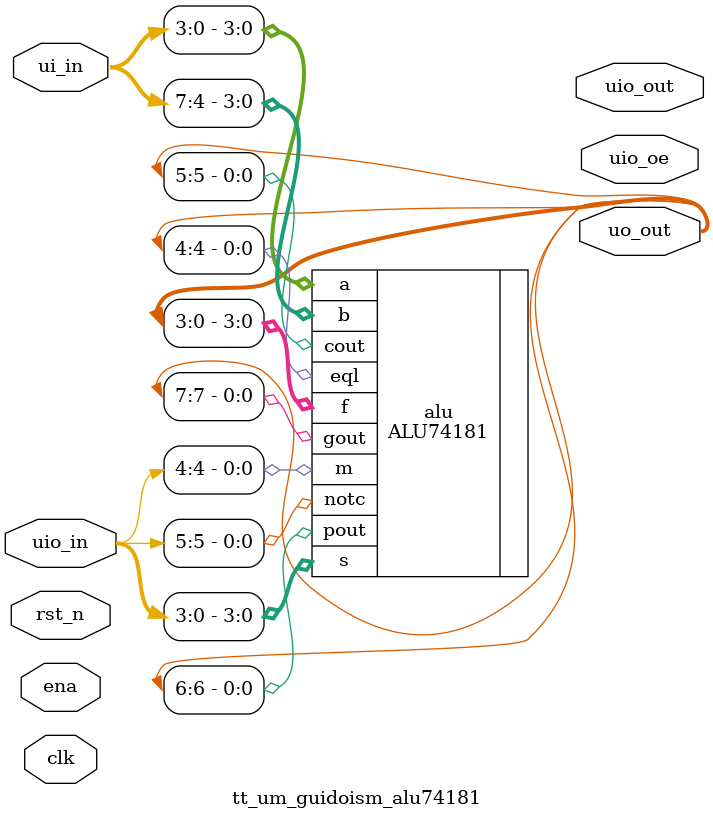
<source format=v>
`timescale 1ns / 1ps
`default_nettype none

module tt_um_guidoism_alu74181 (
    input  wire [7:0] ui_in,    // Dedicated inputs - connected to the input switches
    output wire [7:0] uo_out,   // Dedicated outputs - connected to the 7 segment display
    input  wire [7:0] uio_in,   // IOs: Bidirectional Input path
    output wire [7:0] uio_out,  // IOs: Bidirectional Output path
    output wire [7:0] uio_oe,   // IOs: Bidirectional Enable path (active high: 0=input, 1=output)
    input  wire       ena,      // will go high when the design is enabled
    input  wire       clk,      // clock
    input  wire       rst_n     // reset_n - low to reset
);

    ALU74181 alu (
        .a(ui_in[3:0]),
        .b(ui_in[7:4]),
        .s(uio_in[3:0]),
        .m(uio_in[4]),
        .notc(uio_in[5]),
        .f(uo_out[3:0]),
        .eql(uo_out[4]),
        .cout(uo_out[5]),
        .pout(uo_out[6]),
        .gout(uo_out[7])
    );

endmodule

</source>
